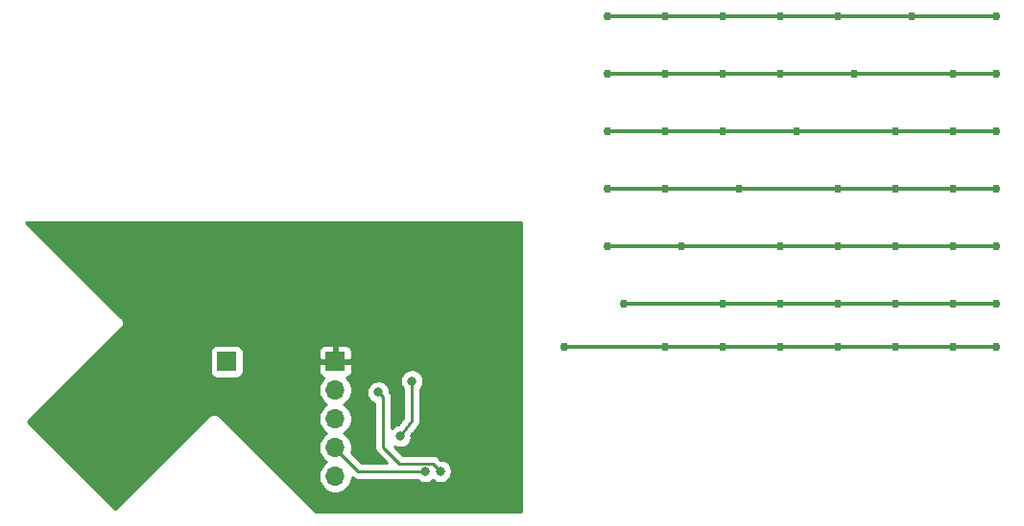
<source format=gbr>
G04 #@! TF.GenerationSoftware,KiCad,Pcbnew,(5.1.5-0-10_14)*
G04 #@! TF.CreationDate,2020-05-08T01:23:42-06:00*
G04 #@! TF.ProjectId,business_card_v1,62757369-6e65-4737-935f-636172645f76,rev?*
G04 #@! TF.SameCoordinates,Original*
G04 #@! TF.FileFunction,Copper,L16,Bot*
G04 #@! TF.FilePolarity,Positive*
%FSLAX46Y46*%
G04 Gerber Fmt 4.6, Leading zero omitted, Abs format (unit mm)*
G04 Created by KiCad (PCBNEW (5.1.5-0-10_14)) date 2020-05-08 01:23:42*
%MOMM*%
%LPD*%
G04 APERTURE LIST*
%ADD10R,1.700000X1.700000*%
%ADD11O,1.700000X1.700000*%
%ADD12C,0.800000*%
%ADD13C,0.756400*%
%ADD14C,0.304800*%
%ADD15C,0.250000*%
%ADD16C,0.254000*%
G04 APERTURE END LIST*
D10*
X122504200Y-116535200D03*
D11*
X132080000Y-126682500D03*
X132080000Y-124142500D03*
X132080000Y-121602500D03*
X132080000Y-119062500D03*
D10*
X132080000Y-116522500D03*
D12*
X142405000Y-117246500D03*
X126365000Y-113728500D03*
X128270000Y-113728500D03*
X135890000Y-115633500D03*
X139065000Y-123126500D03*
X124587000Y-120015000D03*
X112585500Y-117030500D03*
D13*
X152261100Y-115263600D03*
X190361100Y-115263600D03*
X161151100Y-115263600D03*
X166231100Y-115263600D03*
X171311100Y-115263600D03*
X176391100Y-115263600D03*
X181471100Y-115263600D03*
X186551100Y-115263600D03*
X190361100Y-111453600D03*
X157561100Y-111453600D03*
X166231100Y-111453600D03*
X171311100Y-111453600D03*
X176391100Y-111453600D03*
X181471100Y-111453600D03*
X186551100Y-111453600D03*
X156071100Y-106373600D03*
X190361100Y-106373600D03*
X171311100Y-106373600D03*
X176391100Y-106373600D03*
X181471100Y-106373600D03*
X186551100Y-106373600D03*
X162641100Y-106373600D03*
X156071100Y-101293600D03*
X190361100Y-101293600D03*
X186551100Y-101293600D03*
X181471100Y-101293600D03*
X176391100Y-101293600D03*
X161151100Y-101293600D03*
X167721100Y-101293600D03*
X156071100Y-96213600D03*
X190361100Y-96213600D03*
X186551100Y-96213600D03*
X181471100Y-96213600D03*
X166231100Y-96213600D03*
X172801100Y-96213600D03*
X161151100Y-96213600D03*
X156071100Y-91133600D03*
X190361100Y-91133600D03*
X186551100Y-91133600D03*
X161151100Y-91133600D03*
X166231100Y-91133600D03*
X171311100Y-91133600D03*
X177881100Y-91133600D03*
X156071100Y-86053600D03*
X190361100Y-86053600D03*
X161151100Y-86053600D03*
X166231100Y-86053600D03*
X171311100Y-86053600D03*
X176391100Y-86053600D03*
X182961100Y-86053600D03*
D12*
X137795000Y-123126500D03*
X138849000Y-118262500D03*
X140017500Y-126238000D03*
X135890000Y-119253000D03*
X141351000Y-126238000D03*
D14*
X190361100Y-115263600D02*
X186551100Y-115263600D01*
X186551100Y-115263600D02*
X181471100Y-115263600D01*
X181471100Y-115263600D02*
X176391100Y-115263600D01*
X176391100Y-115263600D02*
X171311100Y-115263600D01*
X171311100Y-115263600D02*
X166231100Y-115263600D01*
X161151100Y-115263600D02*
X152261100Y-115263600D01*
X161151100Y-115263600D02*
X166231100Y-115263600D01*
X157561100Y-111453600D02*
X166231100Y-111453600D01*
X166231100Y-111453600D02*
X171311100Y-111453600D01*
X171311100Y-111453600D02*
X176391100Y-111453600D01*
X176391100Y-111453600D02*
X181471100Y-111453600D01*
X181471100Y-111453600D02*
X186551100Y-111453600D01*
X186551100Y-111453600D02*
X190361100Y-111453600D01*
X156071100Y-106373600D02*
X162641100Y-106373600D01*
X162641100Y-106373600D02*
X171311100Y-106373600D01*
X181471100Y-106373600D02*
X186551100Y-106373600D01*
X186551100Y-106373600D02*
X190361100Y-106373600D01*
X171311100Y-106373600D02*
X176391100Y-106373600D01*
X176391100Y-106373600D02*
X181471100Y-106373600D01*
X156071100Y-101293600D02*
X161151100Y-101293600D01*
X161151100Y-101293600D02*
X167721100Y-101293600D01*
X167721100Y-101293600D02*
X176391100Y-101293600D01*
X176391100Y-101293600D02*
X181471100Y-101293600D01*
X181471100Y-101293600D02*
X186551100Y-101293600D01*
X186551100Y-101293600D02*
X190361100Y-101293600D01*
X156071100Y-96213600D02*
X161151100Y-96213600D01*
X161151100Y-96213600D02*
X166231100Y-96213600D01*
X166231100Y-96213600D02*
X172801100Y-96213600D01*
X172801100Y-96213600D02*
X181471100Y-96213600D01*
X181471100Y-96213600D02*
X186551100Y-96213600D01*
X186551100Y-96213600D02*
X190361100Y-96213600D01*
X156071100Y-91133600D02*
X161151100Y-91133600D01*
X161151100Y-91133600D02*
X166231100Y-91133600D01*
X166231100Y-91133600D02*
X171311100Y-91133600D01*
X171311100Y-91133600D02*
X177881100Y-91133600D01*
X177881100Y-91133600D02*
X186551100Y-91133600D01*
X186551100Y-91133600D02*
X190361100Y-91133600D01*
X156071100Y-86053600D02*
X161151100Y-86053600D01*
X166231100Y-86053600D02*
X171311100Y-86053600D01*
X171311100Y-86053600D02*
X176391100Y-86053600D01*
X176391100Y-86053600D02*
X182961100Y-86053600D01*
X182961100Y-86053600D02*
X190361100Y-86053600D01*
X161151100Y-86053600D02*
X166231100Y-86053600D01*
D15*
X138849000Y-121767500D02*
X138849000Y-118262500D01*
X138811000Y-121793000D02*
X138849000Y-121767500D01*
X137795000Y-123126500D02*
X138811000Y-121793000D01*
X134112000Y-126238000D02*
X140017500Y-126238000D01*
X132080000Y-124206000D02*
X134112000Y-126238000D01*
X137752599Y-125560599D02*
X140673599Y-125560599D01*
X136289999Y-124097999D02*
X137752599Y-125560599D01*
X140673599Y-125560599D02*
X141351000Y-126238000D01*
X136289999Y-119652999D02*
X136289999Y-124097999D01*
X135890000Y-119253000D02*
X136289999Y-119652999D01*
D16*
G36*
X148463000Y-129843600D02*
G01*
X130366721Y-129843600D01*
X121885543Y-121362423D01*
X121864876Y-121337240D01*
X121764378Y-121254763D01*
X121649720Y-121193478D01*
X121525311Y-121155739D01*
X121395928Y-121142996D01*
X121266545Y-121155739D01*
X121142135Y-121193478D01*
X121080488Y-121226429D01*
X121027478Y-121254763D01*
X120926980Y-121337240D01*
X120906316Y-121362419D01*
X112698513Y-129570220D01*
X104936526Y-121808234D01*
X111113373Y-115685200D01*
X121016128Y-115685200D01*
X121016128Y-117385200D01*
X121028388Y-117509682D01*
X121064698Y-117629380D01*
X121123663Y-117739694D01*
X121203015Y-117836385D01*
X121299706Y-117915737D01*
X121410020Y-117974702D01*
X121529718Y-118011012D01*
X121654200Y-118023272D01*
X123354200Y-118023272D01*
X123478682Y-118011012D01*
X123598380Y-117974702D01*
X123708694Y-117915737D01*
X123805385Y-117836385D01*
X123884737Y-117739694D01*
X123943702Y-117629380D01*
X123980012Y-117509682D01*
X123992272Y-117385200D01*
X123992272Y-117372500D01*
X130591928Y-117372500D01*
X130604188Y-117496982D01*
X130640498Y-117616680D01*
X130699463Y-117726994D01*
X130778815Y-117823685D01*
X130875506Y-117903037D01*
X130985820Y-117962002D01*
X131058380Y-117984013D01*
X130926525Y-118115868D01*
X130764010Y-118359089D01*
X130652068Y-118629342D01*
X130595000Y-118916240D01*
X130595000Y-119208760D01*
X130652068Y-119495658D01*
X130764010Y-119765911D01*
X130926525Y-120009132D01*
X131133368Y-120215975D01*
X131307760Y-120332500D01*
X131133368Y-120449025D01*
X130926525Y-120655868D01*
X130764010Y-120899089D01*
X130652068Y-121169342D01*
X130595000Y-121456240D01*
X130595000Y-121748760D01*
X130652068Y-122035658D01*
X130764010Y-122305911D01*
X130926525Y-122549132D01*
X131133368Y-122755975D01*
X131307760Y-122872500D01*
X131133368Y-122989025D01*
X130926525Y-123195868D01*
X130764010Y-123439089D01*
X130652068Y-123709342D01*
X130595000Y-123996240D01*
X130595000Y-124288760D01*
X130652068Y-124575658D01*
X130764010Y-124845911D01*
X130926525Y-125089132D01*
X131133368Y-125295975D01*
X131307760Y-125412500D01*
X131133368Y-125529025D01*
X130926525Y-125735868D01*
X130764010Y-125979089D01*
X130652068Y-126249342D01*
X130595000Y-126536240D01*
X130595000Y-126828760D01*
X130652068Y-127115658D01*
X130764010Y-127385911D01*
X130926525Y-127629132D01*
X131133368Y-127835975D01*
X131376589Y-127998490D01*
X131646842Y-128110432D01*
X131933740Y-128167500D01*
X132226260Y-128167500D01*
X132513158Y-128110432D01*
X132783411Y-127998490D01*
X133026632Y-127835975D01*
X133233475Y-127629132D01*
X133395990Y-127385911D01*
X133507932Y-127115658D01*
X133565000Y-126828760D01*
X133565000Y-126769473D01*
X133571999Y-126778001D01*
X133600997Y-126801799D01*
X133687723Y-126872974D01*
X133819753Y-126943546D01*
X133963014Y-126987003D01*
X134074667Y-126998000D01*
X134074677Y-126998000D01*
X134112000Y-127001676D01*
X134149323Y-126998000D01*
X139313789Y-126998000D01*
X139357726Y-127041937D01*
X139527244Y-127155205D01*
X139715602Y-127233226D01*
X139915561Y-127273000D01*
X140119439Y-127273000D01*
X140319398Y-127233226D01*
X140507756Y-127155205D01*
X140677274Y-127041937D01*
X140684250Y-127034961D01*
X140691226Y-127041937D01*
X140860744Y-127155205D01*
X141049102Y-127233226D01*
X141249061Y-127273000D01*
X141452939Y-127273000D01*
X141652898Y-127233226D01*
X141841256Y-127155205D01*
X142010774Y-127041937D01*
X142154937Y-126897774D01*
X142268205Y-126728256D01*
X142346226Y-126539898D01*
X142386000Y-126339939D01*
X142386000Y-126136061D01*
X142346226Y-125936102D01*
X142268205Y-125747744D01*
X142154937Y-125578226D01*
X142010774Y-125434063D01*
X141841256Y-125320795D01*
X141652898Y-125242774D01*
X141452939Y-125203000D01*
X141390801Y-125203000D01*
X141237402Y-125049601D01*
X141213600Y-125020598D01*
X141097875Y-124925625D01*
X140965846Y-124855053D01*
X140822585Y-124811596D01*
X140710932Y-124800599D01*
X140710921Y-124800599D01*
X140673599Y-124796923D01*
X140636277Y-124800599D01*
X138067401Y-124800599D01*
X137314581Y-124047780D01*
X137493102Y-124121726D01*
X137693061Y-124161500D01*
X137896939Y-124161500D01*
X138096898Y-124121726D01*
X138285256Y-124043705D01*
X138454774Y-123930437D01*
X138598937Y-123786274D01*
X138712205Y-123616756D01*
X138790226Y-123428398D01*
X138830000Y-123228439D01*
X138830000Y-123024561D01*
X138829611Y-123022608D01*
X139350184Y-122339357D01*
X139389001Y-122307501D01*
X139389486Y-122306910D01*
X139390071Y-122306428D01*
X139436891Y-122249146D01*
X139483974Y-122191776D01*
X139484332Y-122191105D01*
X139484815Y-122190515D01*
X139519407Y-122125486D01*
X139554546Y-122059747D01*
X139554770Y-122059009D01*
X139555123Y-122058345D01*
X139576336Y-121987915D01*
X139598003Y-121916486D01*
X139598078Y-121915727D01*
X139598297Y-121914999D01*
X139605397Y-121841415D01*
X139609000Y-121804833D01*
X139609000Y-121804073D01*
X139612675Y-121765985D01*
X139609000Y-121729415D01*
X139609000Y-118966211D01*
X139652937Y-118922274D01*
X139766205Y-118752756D01*
X139844226Y-118564398D01*
X139884000Y-118364439D01*
X139884000Y-118160561D01*
X139844226Y-117960602D01*
X139766205Y-117772244D01*
X139652937Y-117602726D01*
X139508774Y-117458563D01*
X139339256Y-117345295D01*
X139150898Y-117267274D01*
X138950939Y-117227500D01*
X138747061Y-117227500D01*
X138547102Y-117267274D01*
X138358744Y-117345295D01*
X138189226Y-117458563D01*
X138045063Y-117602726D01*
X137931795Y-117772244D01*
X137853774Y-117960602D01*
X137814000Y-118160561D01*
X137814000Y-118364439D01*
X137853774Y-118564398D01*
X137931795Y-118752756D01*
X138045063Y-118922274D01*
X138089001Y-118966212D01*
X138089000Y-121486589D01*
X137616516Y-122106726D01*
X137493102Y-122131274D01*
X137304744Y-122209295D01*
X137135226Y-122322563D01*
X137049999Y-122407790D01*
X137049999Y-119690321D01*
X137053675Y-119652998D01*
X137049999Y-119615676D01*
X137049999Y-119615666D01*
X137039002Y-119504013D01*
X136995545Y-119360752D01*
X136925000Y-119228774D01*
X136925000Y-119151061D01*
X136885226Y-118951102D01*
X136807205Y-118762744D01*
X136693937Y-118593226D01*
X136549774Y-118449063D01*
X136380256Y-118335795D01*
X136191898Y-118257774D01*
X135991939Y-118218000D01*
X135788061Y-118218000D01*
X135588102Y-118257774D01*
X135399744Y-118335795D01*
X135230226Y-118449063D01*
X135086063Y-118593226D01*
X134972795Y-118762744D01*
X134894774Y-118951102D01*
X134855000Y-119151061D01*
X134855000Y-119354939D01*
X134894774Y-119554898D01*
X134972795Y-119743256D01*
X135086063Y-119912774D01*
X135230226Y-120056937D01*
X135399744Y-120170205D01*
X135529999Y-120224159D01*
X135530000Y-124060667D01*
X135526323Y-124097999D01*
X135540997Y-124246984D01*
X135584453Y-124390245D01*
X135655025Y-124522275D01*
X135698836Y-124575658D01*
X135749999Y-124638000D01*
X135778997Y-124661798D01*
X136595198Y-125478000D01*
X134426802Y-125478000D01*
X133510674Y-124561873D01*
X133565000Y-124288760D01*
X133565000Y-123996240D01*
X133507932Y-123709342D01*
X133395990Y-123439089D01*
X133233475Y-123195868D01*
X133026632Y-122989025D01*
X132852240Y-122872500D01*
X133026632Y-122755975D01*
X133233475Y-122549132D01*
X133395990Y-122305911D01*
X133507932Y-122035658D01*
X133565000Y-121748760D01*
X133565000Y-121456240D01*
X133507932Y-121169342D01*
X133395990Y-120899089D01*
X133233475Y-120655868D01*
X133026632Y-120449025D01*
X132852240Y-120332500D01*
X133026632Y-120215975D01*
X133233475Y-120009132D01*
X133395990Y-119765911D01*
X133507932Y-119495658D01*
X133565000Y-119208760D01*
X133565000Y-118916240D01*
X133507932Y-118629342D01*
X133395990Y-118359089D01*
X133233475Y-118115868D01*
X133101620Y-117984013D01*
X133174180Y-117962002D01*
X133284494Y-117903037D01*
X133381185Y-117823685D01*
X133460537Y-117726994D01*
X133519502Y-117616680D01*
X133555812Y-117496982D01*
X133568072Y-117372500D01*
X133565000Y-116808250D01*
X133406250Y-116649500D01*
X132207000Y-116649500D01*
X132207000Y-116669500D01*
X131953000Y-116669500D01*
X131953000Y-116649500D01*
X130753750Y-116649500D01*
X130595000Y-116808250D01*
X130591928Y-117372500D01*
X123992272Y-117372500D01*
X123992272Y-115685200D01*
X123991022Y-115672500D01*
X130591928Y-115672500D01*
X130595000Y-116236750D01*
X130753750Y-116395500D01*
X131953000Y-116395500D01*
X131953000Y-115196250D01*
X132207000Y-115196250D01*
X132207000Y-116395500D01*
X133406250Y-116395500D01*
X133565000Y-116236750D01*
X133568072Y-115672500D01*
X133555812Y-115548018D01*
X133519502Y-115428320D01*
X133460537Y-115318006D01*
X133381185Y-115221315D01*
X133284494Y-115141963D01*
X133174180Y-115082998D01*
X133054482Y-115046688D01*
X132930000Y-115034428D01*
X132365750Y-115037500D01*
X132207000Y-115196250D01*
X131953000Y-115196250D01*
X131794250Y-115037500D01*
X131230000Y-115034428D01*
X131105518Y-115046688D01*
X130985820Y-115082998D01*
X130875506Y-115141963D01*
X130778815Y-115221315D01*
X130699463Y-115318006D01*
X130640498Y-115428320D01*
X130604188Y-115548018D01*
X130591928Y-115672500D01*
X123991022Y-115672500D01*
X123980012Y-115560718D01*
X123943702Y-115441020D01*
X123884737Y-115330706D01*
X123805385Y-115234015D01*
X123708694Y-115154663D01*
X123598380Y-115095698D01*
X123478682Y-115059388D01*
X123354200Y-115047128D01*
X121654200Y-115047128D01*
X121529718Y-115059388D01*
X121410020Y-115095698D01*
X121299706Y-115154663D01*
X121203015Y-115234015D01*
X121123663Y-115330706D01*
X121064698Y-115441020D01*
X121028388Y-115560718D01*
X121016128Y-115685200D01*
X111113373Y-115685200D01*
X113218641Y-113598274D01*
X113245948Y-113575663D01*
X113285067Y-113527569D01*
X113324760Y-113479631D01*
X113326147Y-113477064D01*
X113327984Y-113474805D01*
X113357012Y-113419921D01*
X113386546Y-113365243D01*
X113387404Y-113362457D01*
X113388767Y-113359881D01*
X113406530Y-113300390D01*
X113424830Y-113241000D01*
X113425129Y-113238098D01*
X113425962Y-113235307D01*
X113431778Y-113173484D01*
X113438139Y-113111674D01*
X113437866Y-113108772D01*
X113438139Y-113105870D01*
X113431778Y-113044060D01*
X113425962Y-112982237D01*
X113425129Y-112979446D01*
X113424830Y-112976544D01*
X113406525Y-112917138D01*
X113388767Y-112857663D01*
X113387405Y-112855088D01*
X113386546Y-112852300D01*
X113357000Y-112797600D01*
X113327984Y-112742738D01*
X113326147Y-112740479D01*
X113324760Y-112737912D01*
X113285132Y-112690054D01*
X113245948Y-112641880D01*
X113218630Y-112619260D01*
X104792963Y-104267000D01*
X148463000Y-104267000D01*
X148463000Y-129843600D01*
G37*
X148463000Y-129843600D02*
X130366721Y-129843600D01*
X121885543Y-121362423D01*
X121864876Y-121337240D01*
X121764378Y-121254763D01*
X121649720Y-121193478D01*
X121525311Y-121155739D01*
X121395928Y-121142996D01*
X121266545Y-121155739D01*
X121142135Y-121193478D01*
X121080488Y-121226429D01*
X121027478Y-121254763D01*
X120926980Y-121337240D01*
X120906316Y-121362419D01*
X112698513Y-129570220D01*
X104936526Y-121808234D01*
X111113373Y-115685200D01*
X121016128Y-115685200D01*
X121016128Y-117385200D01*
X121028388Y-117509682D01*
X121064698Y-117629380D01*
X121123663Y-117739694D01*
X121203015Y-117836385D01*
X121299706Y-117915737D01*
X121410020Y-117974702D01*
X121529718Y-118011012D01*
X121654200Y-118023272D01*
X123354200Y-118023272D01*
X123478682Y-118011012D01*
X123598380Y-117974702D01*
X123708694Y-117915737D01*
X123805385Y-117836385D01*
X123884737Y-117739694D01*
X123943702Y-117629380D01*
X123980012Y-117509682D01*
X123992272Y-117385200D01*
X123992272Y-117372500D01*
X130591928Y-117372500D01*
X130604188Y-117496982D01*
X130640498Y-117616680D01*
X130699463Y-117726994D01*
X130778815Y-117823685D01*
X130875506Y-117903037D01*
X130985820Y-117962002D01*
X131058380Y-117984013D01*
X130926525Y-118115868D01*
X130764010Y-118359089D01*
X130652068Y-118629342D01*
X130595000Y-118916240D01*
X130595000Y-119208760D01*
X130652068Y-119495658D01*
X130764010Y-119765911D01*
X130926525Y-120009132D01*
X131133368Y-120215975D01*
X131307760Y-120332500D01*
X131133368Y-120449025D01*
X130926525Y-120655868D01*
X130764010Y-120899089D01*
X130652068Y-121169342D01*
X130595000Y-121456240D01*
X130595000Y-121748760D01*
X130652068Y-122035658D01*
X130764010Y-122305911D01*
X130926525Y-122549132D01*
X131133368Y-122755975D01*
X131307760Y-122872500D01*
X131133368Y-122989025D01*
X130926525Y-123195868D01*
X130764010Y-123439089D01*
X130652068Y-123709342D01*
X130595000Y-123996240D01*
X130595000Y-124288760D01*
X130652068Y-124575658D01*
X130764010Y-124845911D01*
X130926525Y-125089132D01*
X131133368Y-125295975D01*
X131307760Y-125412500D01*
X131133368Y-125529025D01*
X130926525Y-125735868D01*
X130764010Y-125979089D01*
X130652068Y-126249342D01*
X130595000Y-126536240D01*
X130595000Y-126828760D01*
X130652068Y-127115658D01*
X130764010Y-127385911D01*
X130926525Y-127629132D01*
X131133368Y-127835975D01*
X131376589Y-127998490D01*
X131646842Y-128110432D01*
X131933740Y-128167500D01*
X132226260Y-128167500D01*
X132513158Y-128110432D01*
X132783411Y-127998490D01*
X133026632Y-127835975D01*
X133233475Y-127629132D01*
X133395990Y-127385911D01*
X133507932Y-127115658D01*
X133565000Y-126828760D01*
X133565000Y-126769473D01*
X133571999Y-126778001D01*
X133600997Y-126801799D01*
X133687723Y-126872974D01*
X133819753Y-126943546D01*
X133963014Y-126987003D01*
X134074667Y-126998000D01*
X134074677Y-126998000D01*
X134112000Y-127001676D01*
X134149323Y-126998000D01*
X139313789Y-126998000D01*
X139357726Y-127041937D01*
X139527244Y-127155205D01*
X139715602Y-127233226D01*
X139915561Y-127273000D01*
X140119439Y-127273000D01*
X140319398Y-127233226D01*
X140507756Y-127155205D01*
X140677274Y-127041937D01*
X140684250Y-127034961D01*
X140691226Y-127041937D01*
X140860744Y-127155205D01*
X141049102Y-127233226D01*
X141249061Y-127273000D01*
X141452939Y-127273000D01*
X141652898Y-127233226D01*
X141841256Y-127155205D01*
X142010774Y-127041937D01*
X142154937Y-126897774D01*
X142268205Y-126728256D01*
X142346226Y-126539898D01*
X142386000Y-126339939D01*
X142386000Y-126136061D01*
X142346226Y-125936102D01*
X142268205Y-125747744D01*
X142154937Y-125578226D01*
X142010774Y-125434063D01*
X141841256Y-125320795D01*
X141652898Y-125242774D01*
X141452939Y-125203000D01*
X141390801Y-125203000D01*
X141237402Y-125049601D01*
X141213600Y-125020598D01*
X141097875Y-124925625D01*
X140965846Y-124855053D01*
X140822585Y-124811596D01*
X140710932Y-124800599D01*
X140710921Y-124800599D01*
X140673599Y-124796923D01*
X140636277Y-124800599D01*
X138067401Y-124800599D01*
X137314581Y-124047780D01*
X137493102Y-124121726D01*
X137693061Y-124161500D01*
X137896939Y-124161500D01*
X138096898Y-124121726D01*
X138285256Y-124043705D01*
X138454774Y-123930437D01*
X138598937Y-123786274D01*
X138712205Y-123616756D01*
X138790226Y-123428398D01*
X138830000Y-123228439D01*
X138830000Y-123024561D01*
X138829611Y-123022608D01*
X139350184Y-122339357D01*
X139389001Y-122307501D01*
X139389486Y-122306910D01*
X139390071Y-122306428D01*
X139436891Y-122249146D01*
X139483974Y-122191776D01*
X139484332Y-122191105D01*
X139484815Y-122190515D01*
X139519407Y-122125486D01*
X139554546Y-122059747D01*
X139554770Y-122059009D01*
X139555123Y-122058345D01*
X139576336Y-121987915D01*
X139598003Y-121916486D01*
X139598078Y-121915727D01*
X139598297Y-121914999D01*
X139605397Y-121841415D01*
X139609000Y-121804833D01*
X139609000Y-121804073D01*
X139612675Y-121765985D01*
X139609000Y-121729415D01*
X139609000Y-118966211D01*
X139652937Y-118922274D01*
X139766205Y-118752756D01*
X139844226Y-118564398D01*
X139884000Y-118364439D01*
X139884000Y-118160561D01*
X139844226Y-117960602D01*
X139766205Y-117772244D01*
X139652937Y-117602726D01*
X139508774Y-117458563D01*
X139339256Y-117345295D01*
X139150898Y-117267274D01*
X138950939Y-117227500D01*
X138747061Y-117227500D01*
X138547102Y-117267274D01*
X138358744Y-117345295D01*
X138189226Y-117458563D01*
X138045063Y-117602726D01*
X137931795Y-117772244D01*
X137853774Y-117960602D01*
X137814000Y-118160561D01*
X137814000Y-118364439D01*
X137853774Y-118564398D01*
X137931795Y-118752756D01*
X138045063Y-118922274D01*
X138089001Y-118966212D01*
X138089000Y-121486589D01*
X137616516Y-122106726D01*
X137493102Y-122131274D01*
X137304744Y-122209295D01*
X137135226Y-122322563D01*
X137049999Y-122407790D01*
X137049999Y-119690321D01*
X137053675Y-119652998D01*
X137049999Y-119615676D01*
X137049999Y-119615666D01*
X137039002Y-119504013D01*
X136995545Y-119360752D01*
X136925000Y-119228774D01*
X136925000Y-119151061D01*
X136885226Y-118951102D01*
X136807205Y-118762744D01*
X136693937Y-118593226D01*
X136549774Y-118449063D01*
X136380256Y-118335795D01*
X136191898Y-118257774D01*
X135991939Y-118218000D01*
X135788061Y-118218000D01*
X135588102Y-118257774D01*
X135399744Y-118335795D01*
X135230226Y-118449063D01*
X135086063Y-118593226D01*
X134972795Y-118762744D01*
X134894774Y-118951102D01*
X134855000Y-119151061D01*
X134855000Y-119354939D01*
X134894774Y-119554898D01*
X134972795Y-119743256D01*
X135086063Y-119912774D01*
X135230226Y-120056937D01*
X135399744Y-120170205D01*
X135529999Y-120224159D01*
X135530000Y-124060667D01*
X135526323Y-124097999D01*
X135540997Y-124246984D01*
X135584453Y-124390245D01*
X135655025Y-124522275D01*
X135698836Y-124575658D01*
X135749999Y-124638000D01*
X135778997Y-124661798D01*
X136595198Y-125478000D01*
X134426802Y-125478000D01*
X133510674Y-124561873D01*
X133565000Y-124288760D01*
X133565000Y-123996240D01*
X133507932Y-123709342D01*
X133395990Y-123439089D01*
X133233475Y-123195868D01*
X133026632Y-122989025D01*
X132852240Y-122872500D01*
X133026632Y-122755975D01*
X133233475Y-122549132D01*
X133395990Y-122305911D01*
X133507932Y-122035658D01*
X133565000Y-121748760D01*
X133565000Y-121456240D01*
X133507932Y-121169342D01*
X133395990Y-120899089D01*
X133233475Y-120655868D01*
X133026632Y-120449025D01*
X132852240Y-120332500D01*
X133026632Y-120215975D01*
X133233475Y-120009132D01*
X133395990Y-119765911D01*
X133507932Y-119495658D01*
X133565000Y-119208760D01*
X133565000Y-118916240D01*
X133507932Y-118629342D01*
X133395990Y-118359089D01*
X133233475Y-118115868D01*
X133101620Y-117984013D01*
X133174180Y-117962002D01*
X133284494Y-117903037D01*
X133381185Y-117823685D01*
X133460537Y-117726994D01*
X133519502Y-117616680D01*
X133555812Y-117496982D01*
X133568072Y-117372500D01*
X133565000Y-116808250D01*
X133406250Y-116649500D01*
X132207000Y-116649500D01*
X132207000Y-116669500D01*
X131953000Y-116669500D01*
X131953000Y-116649500D01*
X130753750Y-116649500D01*
X130595000Y-116808250D01*
X130591928Y-117372500D01*
X123992272Y-117372500D01*
X123992272Y-115685200D01*
X123991022Y-115672500D01*
X130591928Y-115672500D01*
X130595000Y-116236750D01*
X130753750Y-116395500D01*
X131953000Y-116395500D01*
X131953000Y-115196250D01*
X132207000Y-115196250D01*
X132207000Y-116395500D01*
X133406250Y-116395500D01*
X133565000Y-116236750D01*
X133568072Y-115672500D01*
X133555812Y-115548018D01*
X133519502Y-115428320D01*
X133460537Y-115318006D01*
X133381185Y-115221315D01*
X133284494Y-115141963D01*
X133174180Y-115082998D01*
X133054482Y-115046688D01*
X132930000Y-115034428D01*
X132365750Y-115037500D01*
X132207000Y-115196250D01*
X131953000Y-115196250D01*
X131794250Y-115037500D01*
X131230000Y-115034428D01*
X131105518Y-115046688D01*
X130985820Y-115082998D01*
X130875506Y-115141963D01*
X130778815Y-115221315D01*
X130699463Y-115318006D01*
X130640498Y-115428320D01*
X130604188Y-115548018D01*
X130591928Y-115672500D01*
X123991022Y-115672500D01*
X123980012Y-115560718D01*
X123943702Y-115441020D01*
X123884737Y-115330706D01*
X123805385Y-115234015D01*
X123708694Y-115154663D01*
X123598380Y-115095698D01*
X123478682Y-115059388D01*
X123354200Y-115047128D01*
X121654200Y-115047128D01*
X121529718Y-115059388D01*
X121410020Y-115095698D01*
X121299706Y-115154663D01*
X121203015Y-115234015D01*
X121123663Y-115330706D01*
X121064698Y-115441020D01*
X121028388Y-115560718D01*
X121016128Y-115685200D01*
X111113373Y-115685200D01*
X113218641Y-113598274D01*
X113245948Y-113575663D01*
X113285067Y-113527569D01*
X113324760Y-113479631D01*
X113326147Y-113477064D01*
X113327984Y-113474805D01*
X113357012Y-113419921D01*
X113386546Y-113365243D01*
X113387404Y-113362457D01*
X113388767Y-113359881D01*
X113406530Y-113300390D01*
X113424830Y-113241000D01*
X113425129Y-113238098D01*
X113425962Y-113235307D01*
X113431778Y-113173484D01*
X113438139Y-113111674D01*
X113437866Y-113108772D01*
X113438139Y-113105870D01*
X113431778Y-113044060D01*
X113425962Y-112982237D01*
X113425129Y-112979446D01*
X113424830Y-112976544D01*
X113406525Y-112917138D01*
X113388767Y-112857663D01*
X113387405Y-112855088D01*
X113386546Y-112852300D01*
X113357000Y-112797600D01*
X113327984Y-112742738D01*
X113326147Y-112740479D01*
X113324760Y-112737912D01*
X113285132Y-112690054D01*
X113245948Y-112641880D01*
X113218630Y-112619260D01*
X104792963Y-104267000D01*
X148463000Y-104267000D01*
X148463000Y-129843600D01*
M02*

</source>
